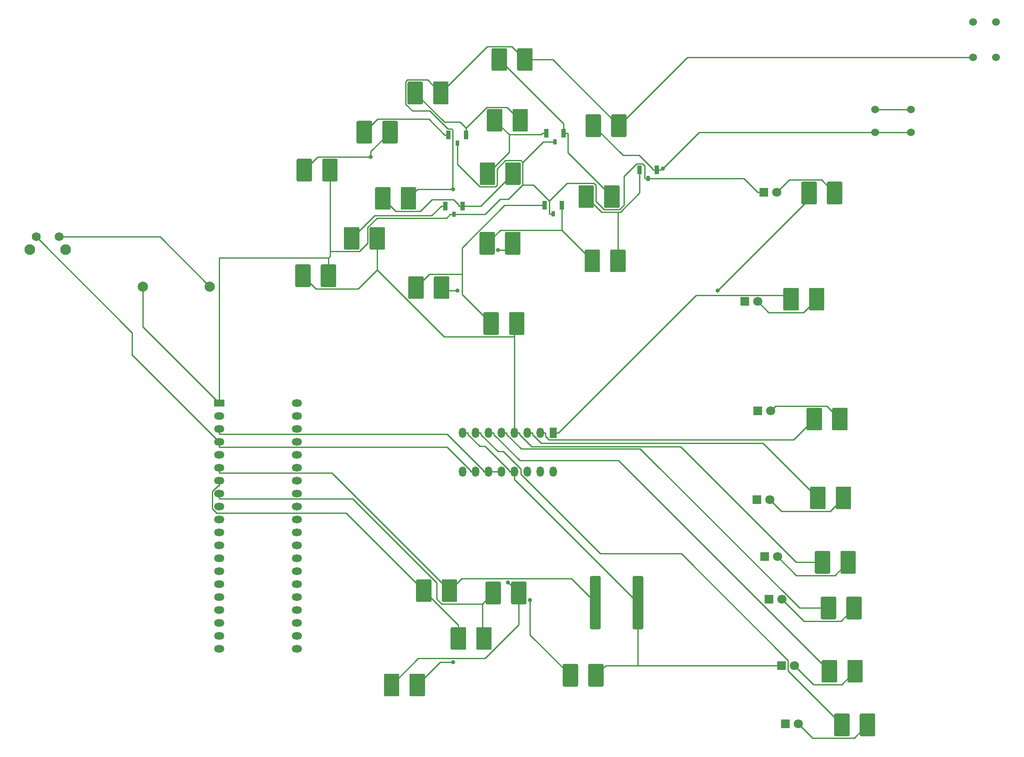
<source format=gbr>
%TF.GenerationSoftware,KiCad,Pcbnew,5.1.6-c6e7f7d~87~ubuntu18.04.1*%
%TF.CreationDate,2020-08-21T18:13:35-04:00*%
%TF.ProjectId,tutorial2,7475746f-7269-4616-9c32-2e6b69636164,rev?*%
%TF.SameCoordinates,Original*%
%TF.FileFunction,Copper,L1,Top*%
%TF.FilePolarity,Positive*%
%FSLAX46Y46*%
G04 Gerber Fmt 4.6, Leading zero omitted, Abs format (unit mm)*
G04 Created by KiCad (PCBNEW 5.1.6-c6e7f7d~87~ubuntu18.04.1) date 2020-08-21 18:13:35*
%MOMM*%
%LPD*%
G01*
G04 APERTURE LIST*
%TA.AperFunction,ComponentPad*%
%ADD10C,2.000000*%
%TD*%
%TA.AperFunction,ComponentPad*%
%ADD11R,1.800000X1.800000*%
%TD*%
%TA.AperFunction,ComponentPad*%
%ADD12C,1.800000*%
%TD*%
%TA.AperFunction,SMDPad,CuDef*%
%ADD13R,0.900000X1.700000*%
%TD*%
%TA.AperFunction,SMDPad,CuDef*%
%ADD14R,0.800000X1.100000*%
%TD*%
%TA.AperFunction,ComponentPad*%
%ADD15C,1.524000*%
%TD*%
%TA.AperFunction,ComponentPad*%
%ADD16R,1.440000X2.000000*%
%TD*%
%TA.AperFunction,ComponentPad*%
%ADD17O,1.440000X2.000000*%
%TD*%
%TA.AperFunction,ComponentPad*%
%ADD18R,2.000000X1.440000*%
%TD*%
%TA.AperFunction,ComponentPad*%
%ADD19O,2.000000X1.440000*%
%TD*%
%TA.AperFunction,ComponentPad*%
%ADD20C,2.100000*%
%TD*%
%TA.AperFunction,ComponentPad*%
%ADD21C,1.750000*%
%TD*%
%TA.AperFunction,ViaPad*%
%ADD22C,0.800000*%
%TD*%
%TA.AperFunction,Conductor*%
%ADD23C,0.250000*%
%TD*%
G04 APERTURE END LIST*
D10*
%TO.P,J1,2*%
%TO.N,GND*%
X60415000Y-69425000D03*
%TO.P,J1,1*%
%TO.N,Net-(J1-Pad1)*%
X73535000Y-69425000D03*
%TD*%
D11*
%TO.P,D1,1*%
%TO.N,GND*%
X182260000Y-50875000D03*
D12*
%TO.P,D1,2*%
%TO.N,Net-(D1-Pad2)*%
X184800000Y-50875000D03*
%TD*%
%TO.P,D2,2*%
%TO.N,Net-(D2-Pad2)*%
X181065000Y-72350000D03*
D11*
%TO.P,D2,1*%
%TO.N,GND*%
X178525000Y-72350000D03*
%TD*%
D12*
%TO.P,D3,2*%
%TO.N,Net-(D3-Pad2)*%
X183640000Y-93825000D03*
D11*
%TO.P,D3,1*%
%TO.N,GND*%
X181100000Y-93825000D03*
%TD*%
%TO.P,D4,1*%
%TO.N,GND*%
X180910000Y-111300000D03*
D12*
%TO.P,D4,2*%
%TO.N,Net-(D4-Pad2)*%
X183450000Y-111300000D03*
%TD*%
%TO.P,D5,2*%
%TO.N,Net-(D5-Pad2)*%
X184940000Y-122475000D03*
D11*
%TO.P,D5,1*%
%TO.N,GND*%
X182400000Y-122475000D03*
%TD*%
D12*
%TO.P,D6,2*%
%TO.N,Net-(D6-Pad2)*%
X185765000Y-130800000D03*
D11*
%TO.P,D6,1*%
%TO.N,GND*%
X183225000Y-130800000D03*
%TD*%
%TO.P,D7,1*%
%TO.N,GND*%
X185750000Y-143850000D03*
D12*
%TO.P,D7,2*%
%TO.N,Net-(D7-Pad2)*%
X188290000Y-143850000D03*
%TD*%
D11*
%TO.P,D8,1*%
%TO.N,GND*%
X186450000Y-155275000D03*
D12*
%TO.P,D8,2*%
%TO.N,Net-(D8-Pad2)*%
X188990000Y-155275000D03*
%TD*%
D13*
%TO.P,Q1,1*%
%TO.N,Net-(Q1-Pad1)*%
X120400000Y-39605000D03*
%TO.P,Q1,2*%
%TO.N,Net-(Q1-Pad2)*%
X123800000Y-39605000D03*
D14*
%TO.P,Q1,3*%
%TO.N,GND*%
X122100000Y-41245000D03*
%TD*%
%TO.P,Q2,3*%
%TO.N,GND*%
X121450000Y-55220000D03*
D13*
%TO.P,Q2,2*%
%TO.N,Net-(Q2-Pad2)*%
X123150000Y-53580000D03*
%TO.P,Q2,1*%
%TO.N,Net-(Q2-Pad1)*%
X119750000Y-53580000D03*
%TD*%
%TO.P,Q3,1*%
%TO.N,Net-(Q3-Pad1)*%
X139600000Y-39330000D03*
%TO.P,Q3,2*%
%TO.N,Net-(Q3-Pad2)*%
X143000000Y-39330000D03*
D14*
%TO.P,Q3,3*%
%TO.N,GND*%
X141300000Y-40970000D03*
%TD*%
%TO.P,Q4,3*%
%TO.N,GND*%
X140900000Y-55095000D03*
D13*
%TO.P,Q4,2*%
%TO.N,Net-(Q4-Pad2)*%
X142600000Y-53455000D03*
%TO.P,Q4,1*%
%TO.N,Net-(Q4-Pad1)*%
X139200000Y-53455000D03*
%TD*%
%TO.P,Q5,1*%
%TO.N,Net-(Q5-Pad1)*%
X157875000Y-46530000D03*
%TO.P,Q5,2*%
%TO.N,/PULL_HIGH*%
X161275000Y-46530000D03*
D14*
%TO.P,Q5,3*%
%TO.N,GND*%
X159575000Y-48170000D03*
%TD*%
%TO.P,R1,1*%
%TO.N,/XOR_INPUT_A*%
%TA.AperFunction,SMDPad,CuDef*%
G36*
G01*
X90587500Y-48524999D02*
X90587500Y-44575001D01*
G75*
G02*
X90837501Y-44325000I250001J0D01*
G01*
X93362499Y-44325000D01*
G75*
G02*
X93612500Y-44575001I0J-250001D01*
G01*
X93612500Y-48524999D01*
G75*
G02*
X93362499Y-48775000I-250001J0D01*
G01*
X90837501Y-48775000D01*
G75*
G02*
X90587500Y-48524999I0J250001D01*
G01*
G37*
%TD.AperFunction*%
%TO.P,R1,2*%
%TO.N,GND*%
%TA.AperFunction,SMDPad,CuDef*%
G36*
G01*
X95612500Y-48524999D02*
X95612500Y-44575001D01*
G75*
G02*
X95862501Y-44325000I250001J0D01*
G01*
X98387499Y-44325000D01*
G75*
G02*
X98637500Y-44575001I0J-250001D01*
G01*
X98637500Y-48524999D01*
G75*
G02*
X98387499Y-48775000I-250001J0D01*
G01*
X95862501Y-48775000D01*
G75*
G02*
X95612500Y-48524999I0J250001D01*
G01*
G37*
%TD.AperFunction*%
%TD*%
%TO.P,R2,2*%
%TO.N,GND*%
%TA.AperFunction,SMDPad,CuDef*%
G36*
G01*
X95337500Y-69274999D02*
X95337500Y-65325001D01*
G75*
G02*
X95587501Y-65075000I250001J0D01*
G01*
X98112499Y-65075000D01*
G75*
G02*
X98362500Y-65325001I0J-250001D01*
G01*
X98362500Y-69274999D01*
G75*
G02*
X98112499Y-69525000I-250001J0D01*
G01*
X95587501Y-69525000D01*
G75*
G02*
X95337500Y-69274999I0J250001D01*
G01*
G37*
%TD.AperFunction*%
%TO.P,R2,1*%
%TO.N,/LED_E*%
%TA.AperFunction,SMDPad,CuDef*%
G36*
G01*
X90312500Y-69274999D02*
X90312500Y-65325001D01*
G75*
G02*
X90562501Y-65075000I250001J0D01*
G01*
X93087499Y-65075000D01*
G75*
G02*
X93337500Y-65325001I0J-250001D01*
G01*
X93337500Y-69274999D01*
G75*
G02*
X93087499Y-69525000I-250001J0D01*
G01*
X90562501Y-69525000D01*
G75*
G02*
X90312500Y-69274999I0J250001D01*
G01*
G37*
%TD.AperFunction*%
%TD*%
%TO.P,R3,2*%
%TO.N,/XOR_INPUT_A*%
%TA.AperFunction,SMDPad,CuDef*%
G36*
G01*
X107388000Y-41074999D02*
X107388000Y-37125001D01*
G75*
G02*
X107638001Y-36875000I250001J0D01*
G01*
X110162999Y-36875000D01*
G75*
G02*
X110413000Y-37125001I0J-250001D01*
G01*
X110413000Y-41074999D01*
G75*
G02*
X110162999Y-41325000I-250001J0D01*
G01*
X107638001Y-41325000D01*
G75*
G02*
X107388000Y-41074999I0J250001D01*
G01*
G37*
%TD.AperFunction*%
%TO.P,R3,1*%
%TO.N,Net-(Q1-Pad1)*%
%TA.AperFunction,SMDPad,CuDef*%
G36*
G01*
X102363000Y-41074999D02*
X102363000Y-37125001D01*
G75*
G02*
X102613001Y-36875000I250001J0D01*
G01*
X105137999Y-36875000D01*
G75*
G02*
X105388000Y-37125001I0J-250001D01*
G01*
X105388000Y-41074999D01*
G75*
G02*
X105137999Y-41325000I-250001J0D01*
G01*
X102613001Y-41325000D01*
G75*
G02*
X102363000Y-41074999I0J250001D01*
G01*
G37*
%TD.AperFunction*%
%TD*%
%TO.P,R4,1*%
%TO.N,Net-(Q1-Pad2)*%
%TA.AperFunction,SMDPad,CuDef*%
G36*
G01*
X112337000Y-33374999D02*
X112337000Y-29425001D01*
G75*
G02*
X112587001Y-29175000I250001J0D01*
G01*
X115111999Y-29175000D01*
G75*
G02*
X115362000Y-29425001I0J-250001D01*
G01*
X115362000Y-33374999D01*
G75*
G02*
X115111999Y-33625000I-250001J0D01*
G01*
X112587001Y-33625000D01*
G75*
G02*
X112337000Y-33374999I0J250001D01*
G01*
G37*
%TD.AperFunction*%
%TO.P,R4,2*%
%TO.N,VCC*%
%TA.AperFunction,SMDPad,CuDef*%
G36*
G01*
X117362000Y-33374999D02*
X117362000Y-29425001D01*
G75*
G02*
X117612001Y-29175000I250001J0D01*
G01*
X120136999Y-29175000D01*
G75*
G02*
X120387000Y-29425001I0J-250001D01*
G01*
X120387000Y-33374999D01*
G75*
G02*
X120136999Y-33625000I-250001J0D01*
G01*
X117612001Y-33625000D01*
G75*
G02*
X117362000Y-33374999I0J250001D01*
G01*
G37*
%TD.AperFunction*%
%TD*%
%TO.P,R5,1*%
%TO.N,Net-(Q2-Pad1)*%
%TA.AperFunction,SMDPad,CuDef*%
G36*
G01*
X99875000Y-61924999D02*
X99875000Y-57975001D01*
G75*
G02*
X100125001Y-57725000I250001J0D01*
G01*
X102649999Y-57725000D01*
G75*
G02*
X102900000Y-57975001I0J-250001D01*
G01*
X102900000Y-61924999D01*
G75*
G02*
X102649999Y-62175000I-250001J0D01*
G01*
X100125001Y-62175000D01*
G75*
G02*
X99875000Y-61924999I0J250001D01*
G01*
G37*
%TD.AperFunction*%
%TO.P,R5,2*%
%TO.N,/LED_E*%
%TA.AperFunction,SMDPad,CuDef*%
G36*
G01*
X104900000Y-61924999D02*
X104900000Y-57975001D01*
G75*
G02*
X105150001Y-57725000I250001J0D01*
G01*
X107674999Y-57725000D01*
G75*
G02*
X107925000Y-57975001I0J-250001D01*
G01*
X107925000Y-61924999D01*
G75*
G02*
X107674999Y-62175000I-250001J0D01*
G01*
X105150001Y-62175000D01*
G75*
G02*
X104900000Y-61924999I0J250001D01*
G01*
G37*
%TD.AperFunction*%
%TD*%
%TO.P,R6,2*%
%TO.N,VCC*%
%TA.AperFunction,SMDPad,CuDef*%
G36*
G01*
X111012000Y-54074999D02*
X111012000Y-50125001D01*
G75*
G02*
X111262001Y-49875000I250001J0D01*
G01*
X113786999Y-49875000D01*
G75*
G02*
X114037000Y-50125001I0J-250001D01*
G01*
X114037000Y-54074999D01*
G75*
G02*
X113786999Y-54325000I-250001J0D01*
G01*
X111262001Y-54325000D01*
G75*
G02*
X111012000Y-54074999I0J250001D01*
G01*
G37*
%TD.AperFunction*%
%TO.P,R6,1*%
%TO.N,Net-(Q2-Pad2)*%
%TA.AperFunction,SMDPad,CuDef*%
G36*
G01*
X105987000Y-54074999D02*
X105987000Y-50125001D01*
G75*
G02*
X106237001Y-49875000I250001J0D01*
G01*
X108761999Y-49875000D01*
G75*
G02*
X109012000Y-50125001I0J-250001D01*
G01*
X109012000Y-54074999D01*
G75*
G02*
X108761999Y-54325000I-250001J0D01*
G01*
X106237001Y-54325000D01*
G75*
G02*
X105987000Y-54074999I0J250001D01*
G01*
G37*
%TD.AperFunction*%
%TD*%
%TO.P,R7,1*%
%TO.N,Net-(Q3-Pad1)*%
%TA.AperFunction,SMDPad,CuDef*%
G36*
G01*
X127913000Y-38724999D02*
X127913000Y-34775001D01*
G75*
G02*
X128163001Y-34525000I250001J0D01*
G01*
X130687999Y-34525000D01*
G75*
G02*
X130938000Y-34775001I0J-250001D01*
G01*
X130938000Y-38724999D01*
G75*
G02*
X130687999Y-38975000I-250001J0D01*
G01*
X128163001Y-38975000D01*
G75*
G02*
X127913000Y-38724999I0J250001D01*
G01*
G37*
%TD.AperFunction*%
%TO.P,R7,2*%
%TO.N,Net-(Q1-Pad2)*%
%TA.AperFunction,SMDPad,CuDef*%
G36*
G01*
X132938000Y-38724999D02*
X132938000Y-34775001D01*
G75*
G02*
X133188001Y-34525000I250001J0D01*
G01*
X135712999Y-34525000D01*
G75*
G02*
X135963000Y-34775001I0J-250001D01*
G01*
X135963000Y-38724999D01*
G75*
G02*
X135712999Y-38975000I-250001J0D01*
G01*
X133188001Y-38975000D01*
G75*
G02*
X132938000Y-38724999I0J250001D01*
G01*
G37*
%TD.AperFunction*%
%TD*%
%TO.P,R8,2*%
%TO.N,Net-(Q2-Pad2)*%
%TA.AperFunction,SMDPad,CuDef*%
G36*
G01*
X131538000Y-49224999D02*
X131538000Y-45275001D01*
G75*
G02*
X131788001Y-45025000I250001J0D01*
G01*
X134312999Y-45025000D01*
G75*
G02*
X134563000Y-45275001I0J-250001D01*
G01*
X134563000Y-49224999D01*
G75*
G02*
X134312999Y-49475000I-250001J0D01*
G01*
X131788001Y-49475000D01*
G75*
G02*
X131538000Y-49224999I0J250001D01*
G01*
G37*
%TD.AperFunction*%
%TO.P,R8,1*%
%TO.N,Net-(Q3-Pad1)*%
%TA.AperFunction,SMDPad,CuDef*%
G36*
G01*
X126513000Y-49224999D02*
X126513000Y-45275001D01*
G75*
G02*
X126763001Y-45025000I250001J0D01*
G01*
X129287999Y-45025000D01*
G75*
G02*
X129538000Y-45275001I0J-250001D01*
G01*
X129538000Y-49224999D01*
G75*
G02*
X129287999Y-49475000I-250001J0D01*
G01*
X126763001Y-49475000D01*
G75*
G02*
X126513000Y-49224999I0J250001D01*
G01*
G37*
%TD.AperFunction*%
%TD*%
%TO.P,R9,2*%
%TO.N,VCC*%
%TA.AperFunction,SMDPad,CuDef*%
G36*
G01*
X133862000Y-26799999D02*
X133862000Y-22850001D01*
G75*
G02*
X134112001Y-22600000I250001J0D01*
G01*
X136636999Y-22600000D01*
G75*
G02*
X136887000Y-22850001I0J-250001D01*
G01*
X136887000Y-26799999D01*
G75*
G02*
X136636999Y-27050000I-250001J0D01*
G01*
X134112001Y-27050000D01*
G75*
G02*
X133862000Y-26799999I0J250001D01*
G01*
G37*
%TD.AperFunction*%
%TO.P,R9,1*%
%TO.N,Net-(Q3-Pad2)*%
%TA.AperFunction,SMDPad,CuDef*%
G36*
G01*
X128837000Y-26799999D02*
X128837000Y-22850001D01*
G75*
G02*
X129087001Y-22600000I250001J0D01*
G01*
X131611999Y-22600000D01*
G75*
G02*
X131862000Y-22850001I0J-250001D01*
G01*
X131862000Y-26799999D01*
G75*
G02*
X131611999Y-27050000I-250001J0D01*
G01*
X129087001Y-27050000D01*
G75*
G02*
X128837000Y-26799999I0J250001D01*
G01*
G37*
%TD.AperFunction*%
%TD*%
%TO.P,R10,2*%
%TO.N,/XOR_INPUT_A*%
%TA.AperFunction,SMDPad,CuDef*%
G36*
G01*
X117512000Y-71599999D02*
X117512000Y-67650001D01*
G75*
G02*
X117762001Y-67400000I250001J0D01*
G01*
X120286999Y-67400000D01*
G75*
G02*
X120537000Y-67650001I0J-250001D01*
G01*
X120537000Y-71599999D01*
G75*
G02*
X120286999Y-71850000I-250001J0D01*
G01*
X117762001Y-71850000D01*
G75*
G02*
X117512000Y-71599999I0J250001D01*
G01*
G37*
%TD.AperFunction*%
%TO.P,R10,1*%
%TO.N,Net-(Q4-Pad1)*%
%TA.AperFunction,SMDPad,CuDef*%
G36*
G01*
X112487000Y-71599999D02*
X112487000Y-67650001D01*
G75*
G02*
X112737001Y-67400000I250001J0D01*
G01*
X115261999Y-67400000D01*
G75*
G02*
X115512000Y-67650001I0J-250001D01*
G01*
X115512000Y-71599999D01*
G75*
G02*
X115261999Y-71850000I-250001J0D01*
G01*
X112737001Y-71850000D01*
G75*
G02*
X112487000Y-71599999I0J250001D01*
G01*
G37*
%TD.AperFunction*%
%TD*%
%TO.P,R11,1*%
%TO.N,Net-(Q4-Pad1)*%
%TA.AperFunction,SMDPad,CuDef*%
G36*
G01*
X127237000Y-78649999D02*
X127237000Y-74700001D01*
G75*
G02*
X127487001Y-74450000I250001J0D01*
G01*
X130011999Y-74450000D01*
G75*
G02*
X130262000Y-74700001I0J-250001D01*
G01*
X130262000Y-78649999D01*
G75*
G02*
X130011999Y-78900000I-250001J0D01*
G01*
X127487001Y-78900000D01*
G75*
G02*
X127237000Y-78649999I0J250001D01*
G01*
G37*
%TD.AperFunction*%
%TO.P,R11,2*%
%TO.N,/LED_E*%
%TA.AperFunction,SMDPad,CuDef*%
G36*
G01*
X132262000Y-78649999D02*
X132262000Y-74700001D01*
G75*
G02*
X132512001Y-74450000I250001J0D01*
G01*
X135036999Y-74450000D01*
G75*
G02*
X135287000Y-74700001I0J-250001D01*
G01*
X135287000Y-78649999D01*
G75*
G02*
X135036999Y-78900000I-250001J0D01*
G01*
X132512001Y-78900000D01*
G75*
G02*
X132262000Y-78649999I0J250001D01*
G01*
G37*
%TD.AperFunction*%
%TD*%
%TO.P,R12,1*%
%TO.N,Net-(Q4-Pad2)*%
%TA.AperFunction,SMDPad,CuDef*%
G36*
G01*
X126463000Y-62899999D02*
X126463000Y-58950001D01*
G75*
G02*
X126713001Y-58700000I250001J0D01*
G01*
X129237999Y-58700000D01*
G75*
G02*
X129488000Y-58950001I0J-250001D01*
G01*
X129488000Y-62899999D01*
G75*
G02*
X129237999Y-63150000I-250001J0D01*
G01*
X126713001Y-63150000D01*
G75*
G02*
X126463000Y-62899999I0J250001D01*
G01*
G37*
%TD.AperFunction*%
%TO.P,R12,2*%
%TO.N,VCC*%
%TA.AperFunction,SMDPad,CuDef*%
G36*
G01*
X131488000Y-62899999D02*
X131488000Y-58950001D01*
G75*
G02*
X131738001Y-58700000I250001J0D01*
G01*
X134262999Y-58700000D01*
G75*
G02*
X134513000Y-58950001I0J-250001D01*
G01*
X134513000Y-62899999D01*
G75*
G02*
X134262999Y-63150000I-250001J0D01*
G01*
X131738001Y-63150000D01*
G75*
G02*
X131488000Y-62899999I0J250001D01*
G01*
G37*
%TD.AperFunction*%
%TD*%
%TO.P,R13,2*%
%TO.N,Net-(D1-Pad2)*%
%TA.AperFunction,SMDPad,CuDef*%
G36*
G01*
X194638000Y-53024999D02*
X194638000Y-49075001D01*
G75*
G02*
X194888001Y-48825000I250001J0D01*
G01*
X197412999Y-48825000D01*
G75*
G02*
X197663000Y-49075001I0J-250001D01*
G01*
X197663000Y-53024999D01*
G75*
G02*
X197412999Y-53275000I-250001J0D01*
G01*
X194888001Y-53275000D01*
G75*
G02*
X194638000Y-53024999I0J250001D01*
G01*
G37*
%TD.AperFunction*%
%TO.P,R13,1*%
%TO.N,/LED_A*%
%TA.AperFunction,SMDPad,CuDef*%
G36*
G01*
X189613000Y-53024999D02*
X189613000Y-49075001D01*
G75*
G02*
X189863001Y-48825000I250001J0D01*
G01*
X192387999Y-48825000D01*
G75*
G02*
X192638000Y-49075001I0J-250001D01*
G01*
X192638000Y-53024999D01*
G75*
G02*
X192387999Y-53275000I-250001J0D01*
G01*
X189863001Y-53275000D01*
G75*
G02*
X189613000Y-53024999I0J250001D01*
G01*
G37*
%TD.AperFunction*%
%TD*%
%TO.P,R14,1*%
%TO.N,/LED_B*%
%TA.AperFunction,SMDPad,CuDef*%
G36*
G01*
X186087000Y-73874999D02*
X186087000Y-69925001D01*
G75*
G02*
X186337001Y-69675000I250001J0D01*
G01*
X188861999Y-69675000D01*
G75*
G02*
X189112000Y-69925001I0J-250001D01*
G01*
X189112000Y-73874999D01*
G75*
G02*
X188861999Y-74125000I-250001J0D01*
G01*
X186337001Y-74125000D01*
G75*
G02*
X186087000Y-73874999I0J250001D01*
G01*
G37*
%TD.AperFunction*%
%TO.P,R14,2*%
%TO.N,Net-(D2-Pad2)*%
%TA.AperFunction,SMDPad,CuDef*%
G36*
G01*
X191112000Y-73874999D02*
X191112000Y-69925001D01*
G75*
G02*
X191362001Y-69675000I250001J0D01*
G01*
X193886999Y-69675000D01*
G75*
G02*
X194137000Y-69925001I0J-250001D01*
G01*
X194137000Y-73874999D01*
G75*
G02*
X193886999Y-74125000I-250001J0D01*
G01*
X191362001Y-74125000D01*
G75*
G02*
X191112000Y-73874999I0J250001D01*
G01*
G37*
%TD.AperFunction*%
%TD*%
%TO.P,R15,2*%
%TO.N,Net-(D3-Pad2)*%
%TA.AperFunction,SMDPad,CuDef*%
G36*
G01*
X195662000Y-97424999D02*
X195662000Y-93475001D01*
G75*
G02*
X195912001Y-93225000I250001J0D01*
G01*
X198436999Y-93225000D01*
G75*
G02*
X198687000Y-93475001I0J-250001D01*
G01*
X198687000Y-97424999D01*
G75*
G02*
X198436999Y-97675000I-250001J0D01*
G01*
X195912001Y-97675000D01*
G75*
G02*
X195662000Y-97424999I0J250001D01*
G01*
G37*
%TD.AperFunction*%
%TO.P,R15,1*%
%TO.N,/LED_C*%
%TA.AperFunction,SMDPad,CuDef*%
G36*
G01*
X190637000Y-97424999D02*
X190637000Y-93475001D01*
G75*
G02*
X190887001Y-93225000I250001J0D01*
G01*
X193411999Y-93225000D01*
G75*
G02*
X193662000Y-93475001I0J-250001D01*
G01*
X193662000Y-97424999D01*
G75*
G02*
X193411999Y-97675000I-250001J0D01*
G01*
X190887001Y-97675000D01*
G75*
G02*
X190637000Y-97424999I0J250001D01*
G01*
G37*
%TD.AperFunction*%
%TD*%
%TO.P,R16,1*%
%TO.N,/LED_D*%
%TA.AperFunction,SMDPad,CuDef*%
G36*
G01*
X191337000Y-112899999D02*
X191337000Y-108950001D01*
G75*
G02*
X191587001Y-108700000I250001J0D01*
G01*
X194111999Y-108700000D01*
G75*
G02*
X194362000Y-108950001I0J-250001D01*
G01*
X194362000Y-112899999D01*
G75*
G02*
X194111999Y-113150000I-250001J0D01*
G01*
X191587001Y-113150000D01*
G75*
G02*
X191337000Y-112899999I0J250001D01*
G01*
G37*
%TD.AperFunction*%
%TO.P,R16,2*%
%TO.N,Net-(D4-Pad2)*%
%TA.AperFunction,SMDPad,CuDef*%
G36*
G01*
X196362000Y-112899999D02*
X196362000Y-108950001D01*
G75*
G02*
X196612001Y-108700000I250001J0D01*
G01*
X199136999Y-108700000D01*
G75*
G02*
X199387000Y-108950001I0J-250001D01*
G01*
X199387000Y-112899999D01*
G75*
G02*
X199136999Y-113150000I-250001J0D01*
G01*
X196612001Y-113150000D01*
G75*
G02*
X196362000Y-112899999I0J250001D01*
G01*
G37*
%TD.AperFunction*%
%TD*%
%TO.P,R17,2*%
%TO.N,Net-(D5-Pad2)*%
%TA.AperFunction,SMDPad,CuDef*%
G36*
G01*
X197288000Y-125549999D02*
X197288000Y-121600001D01*
G75*
G02*
X197538001Y-121350000I250001J0D01*
G01*
X200062999Y-121350000D01*
G75*
G02*
X200313000Y-121600001I0J-250001D01*
G01*
X200313000Y-125549999D01*
G75*
G02*
X200062999Y-125800000I-250001J0D01*
G01*
X197538001Y-125800000D01*
G75*
G02*
X197288000Y-125549999I0J250001D01*
G01*
G37*
%TD.AperFunction*%
%TO.P,R17,1*%
%TO.N,/LED_E*%
%TA.AperFunction,SMDPad,CuDef*%
G36*
G01*
X192263000Y-125549999D02*
X192263000Y-121600001D01*
G75*
G02*
X192513001Y-121350000I250001J0D01*
G01*
X195037999Y-121350000D01*
G75*
G02*
X195288000Y-121600001I0J-250001D01*
G01*
X195288000Y-125549999D01*
G75*
G02*
X195037999Y-125800000I-250001J0D01*
G01*
X192513001Y-125800000D01*
G75*
G02*
X192263000Y-125549999I0J250001D01*
G01*
G37*
%TD.AperFunction*%
%TD*%
%TO.P,R18,1*%
%TO.N,/LED_F*%
%TA.AperFunction,SMDPad,CuDef*%
G36*
G01*
X193425000Y-134524999D02*
X193425000Y-130575001D01*
G75*
G02*
X193675001Y-130325000I250001J0D01*
G01*
X196199999Y-130325000D01*
G75*
G02*
X196450000Y-130575001I0J-250001D01*
G01*
X196450000Y-134524999D01*
G75*
G02*
X196199999Y-134775000I-250001J0D01*
G01*
X193675001Y-134775000D01*
G75*
G02*
X193425000Y-134524999I0J250001D01*
G01*
G37*
%TD.AperFunction*%
%TO.P,R18,2*%
%TO.N,Net-(D6-Pad2)*%
%TA.AperFunction,SMDPad,CuDef*%
G36*
G01*
X198450000Y-134524999D02*
X198450000Y-130575001D01*
G75*
G02*
X198700001Y-130325000I250001J0D01*
G01*
X201224999Y-130325000D01*
G75*
G02*
X201475000Y-130575001I0J-250001D01*
G01*
X201475000Y-134524999D01*
G75*
G02*
X201224999Y-134775000I-250001J0D01*
G01*
X198700001Y-134775000D01*
G75*
G02*
X198450000Y-134524999I0J250001D01*
G01*
G37*
%TD.AperFunction*%
%TD*%
%TO.P,R19,2*%
%TO.N,Net-(D7-Pad2)*%
%TA.AperFunction,SMDPad,CuDef*%
G36*
G01*
X198638000Y-146949999D02*
X198638000Y-143000001D01*
G75*
G02*
X198888001Y-142750000I250001J0D01*
G01*
X201412999Y-142750000D01*
G75*
G02*
X201663000Y-143000001I0J-250001D01*
G01*
X201663000Y-146949999D01*
G75*
G02*
X201412999Y-147200000I-250001J0D01*
G01*
X198888001Y-147200000D01*
G75*
G02*
X198638000Y-146949999I0J250001D01*
G01*
G37*
%TD.AperFunction*%
%TO.P,R19,1*%
%TO.N,/LED_G*%
%TA.AperFunction,SMDPad,CuDef*%
G36*
G01*
X193613000Y-146949999D02*
X193613000Y-143000001D01*
G75*
G02*
X193863001Y-142750000I250001J0D01*
G01*
X196387999Y-142750000D01*
G75*
G02*
X196638000Y-143000001I0J-250001D01*
G01*
X196638000Y-146949999D01*
G75*
G02*
X196387999Y-147200000I-250001J0D01*
G01*
X193863001Y-147200000D01*
G75*
G02*
X193613000Y-146949999I0J250001D01*
G01*
G37*
%TD.AperFunction*%
%TD*%
%TO.P,R20,1*%
%TO.N,/LED_H*%
%TA.AperFunction,SMDPad,CuDef*%
G36*
G01*
X196063000Y-157474999D02*
X196063000Y-153525001D01*
G75*
G02*
X196313001Y-153275000I250001J0D01*
G01*
X198837999Y-153275000D01*
G75*
G02*
X199088000Y-153525001I0J-250001D01*
G01*
X199088000Y-157474999D01*
G75*
G02*
X198837999Y-157725000I-250001J0D01*
G01*
X196313001Y-157725000D01*
G75*
G02*
X196063000Y-157474999I0J250001D01*
G01*
G37*
%TD.AperFunction*%
%TO.P,R20,2*%
%TO.N,Net-(D8-Pad2)*%
%TA.AperFunction,SMDPad,CuDef*%
G36*
G01*
X201088000Y-157474999D02*
X201088000Y-153525001D01*
G75*
G02*
X201338001Y-153275000I250001J0D01*
G01*
X203862999Y-153275000D01*
G75*
G02*
X204113000Y-153525001I0J-250001D01*
G01*
X204113000Y-157474999D01*
G75*
G02*
X203862999Y-157725000I-250001J0D01*
G01*
X201338001Y-157725000D01*
G75*
G02*
X201088000Y-157474999I0J250001D01*
G01*
G37*
%TD.AperFunction*%
%TD*%
%TO.P,R21,1*%
%TO.N,Net-(Q5-Pad1)*%
%TA.AperFunction,SMDPad,CuDef*%
G36*
G01*
X145887000Y-53724999D02*
X145887000Y-49775001D01*
G75*
G02*
X146137001Y-49525000I250001J0D01*
G01*
X148661999Y-49525000D01*
G75*
G02*
X148912000Y-49775001I0J-250001D01*
G01*
X148912000Y-53724999D01*
G75*
G02*
X148661999Y-53975000I-250001J0D01*
G01*
X146137001Y-53975000D01*
G75*
G02*
X145887000Y-53724999I0J250001D01*
G01*
G37*
%TD.AperFunction*%
%TO.P,R21,2*%
%TO.N,Net-(Q3-Pad2)*%
%TA.AperFunction,SMDPad,CuDef*%
G36*
G01*
X150912000Y-53724999D02*
X150912000Y-49775001D01*
G75*
G02*
X151162001Y-49525000I250001J0D01*
G01*
X153686999Y-49525000D01*
G75*
G02*
X153937000Y-49775001I0J-250001D01*
G01*
X153937000Y-53724999D01*
G75*
G02*
X153686999Y-53975000I-250001J0D01*
G01*
X151162001Y-53975000D01*
G75*
G02*
X150912000Y-53724999I0J250001D01*
G01*
G37*
%TD.AperFunction*%
%TD*%
%TO.P,R22,1*%
%TO.N,Net-(Q5-Pad1)*%
%TA.AperFunction,SMDPad,CuDef*%
G36*
G01*
X155137000Y-62400001D02*
X155137000Y-66349999D01*
G75*
G02*
X154886999Y-66600000I-250001J0D01*
G01*
X152362001Y-66600000D01*
G75*
G02*
X152112000Y-66349999I0J250001D01*
G01*
X152112000Y-62400001D01*
G75*
G02*
X152362001Y-62150000I250001J0D01*
G01*
X154886999Y-62150000D01*
G75*
G02*
X155137000Y-62400001I0J-250001D01*
G01*
G37*
%TD.AperFunction*%
%TO.P,R22,2*%
%TO.N,Net-(Q4-Pad2)*%
%TA.AperFunction,SMDPad,CuDef*%
G36*
G01*
X150112000Y-62400001D02*
X150112000Y-66349999D01*
G75*
G02*
X149861999Y-66600000I-250001J0D01*
G01*
X147337001Y-66600000D01*
G75*
G02*
X147087000Y-66349999I0J250001D01*
G01*
X147087000Y-62400001D01*
G75*
G02*
X147337001Y-62150000I250001J0D01*
G01*
X149861999Y-62150000D01*
G75*
G02*
X150112000Y-62400001I0J-250001D01*
G01*
G37*
%TD.AperFunction*%
%TD*%
%TO.P,R23,2*%
%TO.N,VCC*%
%TA.AperFunction,SMDPad,CuDef*%
G36*
G01*
X152312000Y-39799999D02*
X152312000Y-35850001D01*
G75*
G02*
X152562001Y-35600000I250001J0D01*
G01*
X155086999Y-35600000D01*
G75*
G02*
X155337000Y-35850001I0J-250001D01*
G01*
X155337000Y-39799999D01*
G75*
G02*
X155086999Y-40050000I-250001J0D01*
G01*
X152562001Y-40050000D01*
G75*
G02*
X152312000Y-39799999I0J250001D01*
G01*
G37*
%TD.AperFunction*%
%TO.P,R23,1*%
%TO.N,/PULL_HIGH*%
%TA.AperFunction,SMDPad,CuDef*%
G36*
G01*
X147287000Y-39799999D02*
X147287000Y-35850001D01*
G75*
G02*
X147537001Y-35600000I250001J0D01*
G01*
X150061999Y-35600000D01*
G75*
G02*
X150312000Y-35850001I0J-250001D01*
G01*
X150312000Y-39799999D01*
G75*
G02*
X150061999Y-40050000I-250001J0D01*
G01*
X147537001Y-40050000D01*
G75*
G02*
X147287000Y-39799999I0J250001D01*
G01*
G37*
%TD.AperFunction*%
%TD*%
%TO.P,R24,1*%
%TO.N,VCC*%
%TA.AperFunction,SMDPad,CuDef*%
G36*
G01*
X107713000Y-149649999D02*
X107713000Y-145700001D01*
G75*
G02*
X107963001Y-145450000I250001J0D01*
G01*
X110487999Y-145450000D01*
G75*
G02*
X110738000Y-145700001I0J-250001D01*
G01*
X110738000Y-149649999D01*
G75*
G02*
X110487999Y-149900000I-250001J0D01*
G01*
X107963001Y-149900000D01*
G75*
G02*
X107713000Y-149649999I0J250001D01*
G01*
G37*
%TD.AperFunction*%
%TO.P,R24,2*%
%TO.N,Net-(R24-Pad2)*%
%TA.AperFunction,SMDPad,CuDef*%
G36*
G01*
X112738000Y-149649999D02*
X112738000Y-145700001D01*
G75*
G02*
X112988001Y-145450000I250001J0D01*
G01*
X115512999Y-145450000D01*
G75*
G02*
X115763000Y-145700001I0J-250001D01*
G01*
X115763000Y-149649999D01*
G75*
G02*
X115512999Y-149900000I-250001J0D01*
G01*
X112988001Y-149900000D01*
G75*
G02*
X112738000Y-149649999I0J250001D01*
G01*
G37*
%TD.AperFunction*%
%TD*%
%TO.P,R25,2*%
%TO.N,/PULL_HIGH*%
%TA.AperFunction,SMDPad,CuDef*%
G36*
G01*
X145812000Y-143775001D02*
X145812000Y-147724999D01*
G75*
G02*
X145561999Y-147975000I-250001J0D01*
G01*
X143037001Y-147975000D01*
G75*
G02*
X142787000Y-147724999I0J250001D01*
G01*
X142787000Y-143775001D01*
G75*
G02*
X143037001Y-143525000I250001J0D01*
G01*
X145561999Y-143525000D01*
G75*
G02*
X145812000Y-143775001I0J-250001D01*
G01*
G37*
%TD.AperFunction*%
%TO.P,R25,1*%
%TO.N,GND*%
%TA.AperFunction,SMDPad,CuDef*%
G36*
G01*
X150837000Y-143775001D02*
X150837000Y-147724999D01*
G75*
G02*
X150586999Y-147975000I-250001J0D01*
G01*
X148062001Y-147975000D01*
G75*
G02*
X147812000Y-147724999I0J250001D01*
G01*
X147812000Y-143775001D01*
G75*
G02*
X148062001Y-143525000I250001J0D01*
G01*
X150586999Y-143525000D01*
G75*
G02*
X150837000Y-143775001I0J-250001D01*
G01*
G37*
%TD.AperFunction*%
%TD*%
%TO.P,R26,2*%
%TO.N,VCC*%
%TA.AperFunction,SMDPad,CuDef*%
G36*
G01*
X132662000Y-131574999D02*
X132662000Y-127625001D01*
G75*
G02*
X132912001Y-127375000I250001J0D01*
G01*
X135436999Y-127375000D01*
G75*
G02*
X135687000Y-127625001I0J-250001D01*
G01*
X135687000Y-131574999D01*
G75*
G02*
X135436999Y-131825000I-250001J0D01*
G01*
X132912001Y-131825000D01*
G75*
G02*
X132662000Y-131574999I0J250001D01*
G01*
G37*
%TD.AperFunction*%
%TO.P,R26,1*%
%TO.N,Net-(R26-Pad1)*%
%TA.AperFunction,SMDPad,CuDef*%
G36*
G01*
X127637000Y-131574999D02*
X127637000Y-127625001D01*
G75*
G02*
X127887001Y-127375000I250001J0D01*
G01*
X130411999Y-127375000D01*
G75*
G02*
X130662000Y-127625001I0J-250001D01*
G01*
X130662000Y-131574999D01*
G75*
G02*
X130411999Y-131825000I-250001J0D01*
G01*
X127887001Y-131825000D01*
G75*
G02*
X127637000Y-131574999I0J250001D01*
G01*
G37*
%TD.AperFunction*%
%TD*%
%TO.P,R27,1*%
%TO.N,Net-(R27-Pad1)*%
%TA.AperFunction,SMDPad,CuDef*%
G36*
G01*
X114037000Y-131124999D02*
X114037000Y-127175001D01*
G75*
G02*
X114287001Y-126925000I250001J0D01*
G01*
X116811999Y-126925000D01*
G75*
G02*
X117062000Y-127175001I0J-250001D01*
G01*
X117062000Y-131124999D01*
G75*
G02*
X116811999Y-131375000I-250001J0D01*
G01*
X114287001Y-131375000D01*
G75*
G02*
X114037000Y-131124999I0J250001D01*
G01*
G37*
%TD.AperFunction*%
%TO.P,R27,2*%
%TO.N,Net-(C1-Pad2)*%
%TA.AperFunction,SMDPad,CuDef*%
G36*
G01*
X119062000Y-131124999D02*
X119062000Y-127175001D01*
G75*
G02*
X119312001Y-126925000I250001J0D01*
G01*
X121836999Y-126925000D01*
G75*
G02*
X122087000Y-127175001I0J-250001D01*
G01*
X122087000Y-131124999D01*
G75*
G02*
X121836999Y-131375000I-250001J0D01*
G01*
X119312001Y-131375000D01*
G75*
G02*
X119062000Y-131124999I0J250001D01*
G01*
G37*
%TD.AperFunction*%
%TD*%
%TO.P,R28,2*%
%TO.N,Net-(R27-Pad1)*%
%TA.AperFunction,SMDPad,CuDef*%
G36*
G01*
X123838000Y-136575001D02*
X123838000Y-140524999D01*
G75*
G02*
X123587999Y-140775000I-250001J0D01*
G01*
X121063001Y-140775000D01*
G75*
G02*
X120813000Y-140524999I0J250001D01*
G01*
X120813000Y-136575001D01*
G75*
G02*
X121063001Y-136325000I250001J0D01*
G01*
X123587999Y-136325000D01*
G75*
G02*
X123838000Y-136575001I0J-250001D01*
G01*
G37*
%TD.AperFunction*%
%TO.P,R28,1*%
%TO.N,Net-(R26-Pad1)*%
%TA.AperFunction,SMDPad,CuDef*%
G36*
G01*
X128863000Y-136575001D02*
X128863000Y-140524999D01*
G75*
G02*
X128612999Y-140775000I-250001J0D01*
G01*
X126088001Y-140775000D01*
G75*
G02*
X125838000Y-140524999I0J250001D01*
G01*
X125838000Y-136575001D01*
G75*
G02*
X126088001Y-136325000I250001J0D01*
G01*
X128612999Y-136325000D01*
G75*
G02*
X128863000Y-136575001I0J-250001D01*
G01*
G37*
%TD.AperFunction*%
%TD*%
D15*
%TO.P,SW1,1*%
%TO.N,GND*%
X204100000Y-34650000D03*
X211100000Y-34650000D03*
%TO.P,SW1,2*%
%TO.N,/PULL_HIGH*%
X211100000Y-39150000D03*
X204100000Y-39150000D03*
%TD*%
%TO.P,SW2,2*%
%TO.N,/PULL_HIGH*%
X227800000Y-24425000D03*
X227800000Y-17425000D03*
%TO.P,SW2,1*%
%TO.N,VCC*%
X223300000Y-17425000D03*
X223300000Y-24425000D03*
%TD*%
D16*
%TO.P,U1,1*%
%TO.N,/LED_B*%
X140925000Y-98150000D03*
D17*
%TO.P,U1,16*%
%TO.N,Net-(R24-Pad2)*%
X140925000Y-105770000D03*
%TO.P,U1,2*%
%TO.N,/LED_C*%
X138385000Y-98150000D03*
%TO.P,U1,15*%
%TO.N,/LED_A*%
X138385000Y-105770000D03*
%TO.P,U1,3*%
%TO.N,/LED_D*%
X135845000Y-98150000D03*
%TO.P,U1,14*%
%TO.N,/PULL_HIGH*%
X135845000Y-105770000D03*
%TO.P,U1,4*%
%TO.N,/LED_E*%
X133305000Y-98150000D03*
%TO.P,U1,13*%
%TO.N,GND*%
X133305000Y-105770000D03*
%TO.P,U1,5*%
%TO.N,/LED_F*%
X130765000Y-98150000D03*
%TO.P,U1,12*%
%TO.N,/555_OUTPUT*%
X130765000Y-105770000D03*
%TO.P,U1,6*%
%TO.N,/LED_G*%
X128225000Y-98150000D03*
%TO.P,U1,11*%
%TO.N,/555_OUTPUT*%
X128225000Y-105770000D03*
%TO.P,U1,7*%
%TO.N,/LED_H*%
X125685000Y-98150000D03*
%TO.P,U1,10*%
%TO.N,VCC*%
X125685000Y-105770000D03*
%TO.P,U1,8*%
%TO.N,GND*%
X123145000Y-98150000D03*
%TO.P,U1,9*%
%TO.N,/XOR_INPUT_A*%
X123145000Y-105770000D03*
%TD*%
D18*
%TO.P,U2,1*%
%TO.N,GND*%
X75400000Y-92300000D03*
D19*
%TO.P,U2,21*%
%TO.N,N/C*%
X90640000Y-140560000D03*
%TO.P,U2,2*%
%TO.N,Net-(C1-Pad2)*%
X75400000Y-94840000D03*
%TO.P,U2,22*%
%TO.N,N/C*%
X90640000Y-138020000D03*
%TO.P,U2,3*%
%TO.N,/555_OUTPUT*%
X75400000Y-97380000D03*
%TO.P,U2,23*%
%TO.N,N/C*%
X90640000Y-135480000D03*
%TO.P,U2,4*%
%TO.N,VCC*%
X75400000Y-99920000D03*
%TO.P,U2,24*%
%TO.N,N/C*%
X90640000Y-132940000D03*
%TO.P,U2,5*%
%TO.N,Net-(U2-Pad5)*%
X75400000Y-102460000D03*
%TO.P,U2,25*%
%TO.N,N/C*%
X90640000Y-130400000D03*
%TO.P,U2,6*%
%TO.N,Net-(C1-Pad2)*%
X75400000Y-105000000D03*
%TO.P,U2,26*%
%TO.N,N/C*%
X90640000Y-127860000D03*
%TO.P,U2,7*%
%TO.N,Net-(R27-Pad1)*%
X75400000Y-107540000D03*
%TO.P,U2,27*%
%TO.N,N/C*%
X90640000Y-125320000D03*
%TO.P,U2,8*%
%TO.N,Net-(R26-Pad1)*%
X75400000Y-110080000D03*
%TO.P,U2,28*%
%TO.N,N/C*%
X90640000Y-122780000D03*
%TO.P,U2,9*%
X75400000Y-112620000D03*
%TO.P,U2,29*%
X90640000Y-120240000D03*
%TO.P,U2,10*%
X75400000Y-115160000D03*
%TO.P,U2,30*%
X90640000Y-117700000D03*
%TO.P,U2,11*%
X75400000Y-117700000D03*
%TO.P,U2,31*%
X90640000Y-115160000D03*
%TO.P,U2,12*%
X75400000Y-120240000D03*
%TO.P,U2,32*%
X90640000Y-112620000D03*
%TO.P,U2,13*%
X75400000Y-122780000D03*
%TO.P,U2,33*%
X90640000Y-110080000D03*
%TO.P,U2,14*%
X75400000Y-125320000D03*
%TO.P,U2,34*%
X90640000Y-107540000D03*
%TO.P,U2,15*%
X75400000Y-127860000D03*
%TO.P,U2,35*%
X90640000Y-105000000D03*
%TO.P,U2,16*%
X75400000Y-130400000D03*
%TO.P,U2,36*%
X90640000Y-102460000D03*
%TO.P,U2,17*%
X75400000Y-132940000D03*
%TO.P,U2,37*%
X90640000Y-99920000D03*
%TO.P,U2,18*%
X75400000Y-135480000D03*
%TO.P,U2,38*%
X90640000Y-97380000D03*
%TO.P,U2,19*%
X75400000Y-138020000D03*
%TO.P,U2,39*%
X90640000Y-94840000D03*
%TO.P,U2,20*%
X75400000Y-140560000D03*
%TO.P,U2,40*%
X90640000Y-92300000D03*
%TD*%
%TO.P,C1,1*%
%TO.N,GND*%
%TA.AperFunction,SMDPad,CuDef*%
G36*
G01*
X158600000Y-126525000D02*
X158600000Y-136475000D01*
G75*
G02*
X158350000Y-136725000I-250000J0D01*
G01*
X156750000Y-136725000D01*
G75*
G02*
X156500000Y-136475000I0J250000D01*
G01*
X156500000Y-126525000D01*
G75*
G02*
X156750000Y-126275000I250000J0D01*
G01*
X158350000Y-126275000D01*
G75*
G02*
X158600000Y-126525000I0J-250000D01*
G01*
G37*
%TD.AperFunction*%
%TO.P,C1,2*%
%TO.N,Net-(C1-Pad2)*%
%TA.AperFunction,SMDPad,CuDef*%
G36*
G01*
X150250000Y-126525000D02*
X150250000Y-136475000D01*
G75*
G02*
X150000000Y-136725000I-250000J0D01*
G01*
X148400000Y-136725000D01*
G75*
G02*
X148150000Y-136475000I0J250000D01*
G01*
X148150000Y-126525000D01*
G75*
G02*
X148400000Y-126275000I250000J0D01*
G01*
X150000000Y-126275000D01*
G75*
G02*
X150250000Y-126525000I0J-250000D01*
G01*
G37*
%TD.AperFunction*%
%TD*%
D20*
%TO.P,SW3,*%
%TO.N,*%
X45235000Y-62140000D03*
D21*
%TO.P,SW3,2*%
%TO.N,Net-(J1-Pad1)*%
X43975000Y-59650000D03*
%TO.P,SW3,1*%
%TO.N,VCC*%
X39475000Y-59650000D03*
D20*
%TO.P,SW3,*%
%TO.N,*%
X38225000Y-62140000D03*
%TD*%
D22*
%TO.N,VCC*%
X121290600Y-50310500D03*
X132019300Y-127499300D03*
X130096500Y-62277100D03*
%TO.N,/PULL_HIGH*%
X162461100Y-46216600D03*
X136367700Y-131008200D03*
%TO.N,/XOR_INPUT_A*%
X105121900Y-43931300D03*
X122099700Y-70227700D03*
%TO.N,/LED_A*%
X173174900Y-70227700D03*
%TO.N,Net-(R24-Pad2)*%
X121290600Y-143170600D03*
%TD*%
D23*
%TO.N,GND*%
X159575000Y-48170000D02*
X158849700Y-48170000D01*
X158849700Y-48170000D02*
X158849700Y-45719600D01*
X158849700Y-45719600D02*
X158484700Y-45354600D01*
X158484700Y-45354600D02*
X157272700Y-45354600D01*
X157272700Y-45354600D02*
X154827200Y-47800100D01*
X154827200Y-47800100D02*
X154827200Y-53400600D01*
X154827200Y-53400600D02*
X153921100Y-54306700D01*
X153921100Y-54306700D02*
X150883300Y-54306700D01*
X150883300Y-54306700D02*
X149293100Y-52716500D01*
X149293100Y-52716500D02*
X149293100Y-49550800D01*
X149293100Y-49550800D02*
X148907800Y-49165500D01*
X148907800Y-49165500D02*
X143624600Y-49165500D01*
X143624600Y-49165500D02*
X140174700Y-52615400D01*
X181034700Y-50875000D02*
X178329700Y-48170000D01*
X178329700Y-48170000D02*
X159575000Y-48170000D01*
X140174700Y-52615400D02*
X140174700Y-55095000D01*
X134931800Y-49446700D02*
X137006000Y-49446700D01*
X137006000Y-49446700D02*
X140174700Y-52615400D01*
X134931800Y-49446700D02*
X132098900Y-52279600D01*
X132098900Y-52279600D02*
X130500400Y-52279600D01*
X130500400Y-52279600D02*
X127560000Y-55220000D01*
X127560000Y-55220000D02*
X121450000Y-55220000D01*
X134931800Y-45027100D02*
X134931800Y-49446700D01*
X140900000Y-55095000D02*
X140174700Y-55095000D01*
X122100000Y-41245000D02*
X122100000Y-45384600D01*
X122100000Y-45384600D02*
X126530700Y-49815300D01*
X126530700Y-49815300D02*
X129553000Y-49815300D01*
X129553000Y-49815300D02*
X129919200Y-49449100D01*
X129919200Y-49449100D02*
X129919200Y-46330100D01*
X129919200Y-46330100D02*
X131570100Y-44679200D01*
X131570100Y-44679200D02*
X134583900Y-44679200D01*
X134583900Y-44679200D02*
X134931800Y-45027100D01*
X134931800Y-45027100D02*
X138988900Y-40970000D01*
X138988900Y-40970000D02*
X140574700Y-40970000D01*
X157550000Y-143850000D02*
X151224500Y-143850000D01*
X151224500Y-143850000D02*
X149324500Y-145750000D01*
X185750000Y-143850000D02*
X157550000Y-143850000D01*
X157550000Y-131500000D02*
X157550000Y-143850000D01*
X157550000Y-131500000D02*
X133305000Y-107255000D01*
X133305000Y-107255000D02*
X133305000Y-105770000D01*
X133305000Y-105770000D02*
X132259700Y-105770000D01*
X132259700Y-105770000D02*
X132259700Y-105476000D01*
X132259700Y-105476000D02*
X127590000Y-100806300D01*
X127590000Y-100806300D02*
X126552600Y-100806300D01*
X126552600Y-100806300D02*
X124190300Y-98444000D01*
X124190300Y-98444000D02*
X124190300Y-98150000D01*
X123145000Y-98150000D02*
X124190300Y-98150000D01*
X97125000Y-62518000D02*
X97125000Y-63496200D01*
X97125000Y-63496200D02*
X96850000Y-63771200D01*
X97125000Y-46550000D02*
X97125000Y-62518000D01*
X97125000Y-62518000D02*
X102923900Y-62518000D01*
X102923900Y-62518000D02*
X104519000Y-60922900D01*
X104519000Y-60922900D02*
X104519000Y-57780500D01*
X104519000Y-57780500D02*
X106354200Y-55945300D01*
X106354200Y-55945300D02*
X119999400Y-55945300D01*
X119999400Y-55945300D02*
X120724700Y-55220000D01*
X121450000Y-55220000D02*
X120724700Y-55220000D01*
X141300000Y-40970000D02*
X140574700Y-40970000D01*
X96850000Y-63771200D02*
X96850000Y-67300000D01*
X75400000Y-63771200D02*
X96850000Y-63771200D01*
X75400000Y-63771200D02*
X75400000Y-92300000D01*
X182260000Y-50875000D02*
X181034700Y-50875000D01*
X211100000Y-34650000D02*
X204100000Y-34650000D01*
X60415000Y-77315000D02*
X75400000Y-92300000D01*
X60415000Y-69425000D02*
X60415000Y-77315000D01*
%TO.N,Net-(C1-Pad2)*%
X149200000Y-131500000D02*
X144473300Y-126773300D01*
X144473300Y-126773300D02*
X122951200Y-126773300D01*
X122951200Y-126773300D02*
X120574500Y-129150000D01*
X120574500Y-129150000D02*
X97469800Y-106045300D01*
X97469800Y-106045300D02*
X75400000Y-106045300D01*
X75400000Y-105000000D02*
X75400000Y-106045300D01*
%TO.N,Net-(D1-Pad2)*%
X196150500Y-51050000D02*
X193555900Y-48455400D01*
X193555900Y-48455400D02*
X187219600Y-48455400D01*
X187219600Y-48455400D02*
X184800000Y-50875000D01*
%TO.N,Net-(D2-Pad2)*%
X192624500Y-71900000D02*
X190032700Y-74491800D01*
X190032700Y-74491800D02*
X183206800Y-74491800D01*
X183206800Y-74491800D02*
X181065000Y-72350000D01*
%TO.N,Net-(D3-Pad2)*%
X197174500Y-95450000D02*
X194618600Y-92894100D01*
X194618600Y-92894100D02*
X184570900Y-92894100D01*
X184570900Y-92894100D02*
X183640000Y-93825000D01*
%TO.N,Net-(D4-Pad2)*%
X197874500Y-110925000D02*
X195254200Y-113545300D01*
X195254200Y-113545300D02*
X185695300Y-113545300D01*
X185695300Y-113545300D02*
X183450000Y-111300000D01*
%TO.N,Net-(D5-Pad2)*%
X198800500Y-123575000D02*
X196244600Y-126130900D01*
X196244600Y-126130900D02*
X188595900Y-126130900D01*
X188595900Y-126130900D02*
X184940000Y-122475000D01*
%TO.N,Net-(D6-Pad2)*%
X199962500Y-132550000D02*
X197392900Y-135119600D01*
X197392900Y-135119600D02*
X190084600Y-135119600D01*
X190084600Y-135119600D02*
X185765000Y-130800000D01*
%TO.N,Net-(D7-Pad2)*%
X200150500Y-144975000D02*
X197568600Y-147556900D01*
X197568600Y-147556900D02*
X191996900Y-147556900D01*
X191996900Y-147556900D02*
X188290000Y-143850000D01*
%TO.N,Net-(D8-Pad2)*%
X202600500Y-155500000D02*
X200020200Y-158080300D01*
X200020200Y-158080300D02*
X191795300Y-158080300D01*
X191795300Y-158080300D02*
X188990000Y-155275000D01*
%TO.N,VCC*%
X121187700Y-50310500D02*
X114314000Y-50310500D01*
X114314000Y-50310500D02*
X112524500Y-52100000D01*
X118874500Y-31400000D02*
X116297700Y-28823200D01*
X116297700Y-28823200D02*
X112299100Y-28823200D01*
X112299100Y-28823200D02*
X112009100Y-29113200D01*
X112009100Y-29113200D02*
X112009100Y-33618700D01*
X112009100Y-33618700D02*
X113301000Y-34910600D01*
X113301000Y-34910600D02*
X116723200Y-34910600D01*
X116723200Y-34910600D02*
X120242200Y-38429600D01*
X120242200Y-38429600D02*
X120985500Y-38429600D01*
X120985500Y-38429600D02*
X121187700Y-38631800D01*
X121187700Y-38631800D02*
X121187700Y-50310500D01*
X121290600Y-50310500D02*
X121187700Y-50310500D01*
X118874500Y-31400000D02*
X128009100Y-22265400D01*
X128009100Y-22265400D02*
X132814900Y-22265400D01*
X132814900Y-22265400D02*
X135374500Y-24825000D01*
X134174500Y-129600000D02*
X134174500Y-135803300D01*
X134174500Y-135803300D02*
X127532500Y-142445300D01*
X127532500Y-142445300D02*
X114455200Y-142445300D01*
X114455200Y-142445300D02*
X109225500Y-147675000D01*
X75400000Y-99920000D02*
X75400000Y-100965300D01*
X125685000Y-105770000D02*
X124639700Y-105770000D01*
X124639700Y-105770000D02*
X124639700Y-105476000D01*
X124639700Y-105476000D02*
X120129000Y-100965300D01*
X120129000Y-100965300D02*
X75400000Y-100965300D01*
X132019300Y-127499300D02*
X132073800Y-127499300D01*
X132073800Y-127499300D02*
X134174500Y-129600000D01*
X223300000Y-24425000D02*
X167224500Y-24425000D01*
X167224500Y-24425000D02*
X153824500Y-37825000D01*
X135374500Y-24825000D02*
X140824500Y-24825000D01*
X140824500Y-24825000D02*
X153824500Y-37825000D01*
X133000500Y-60925000D02*
X131648400Y-62277100D01*
X131648400Y-62277100D02*
X130096500Y-62277100D01*
X58315000Y-78490000D02*
X58315000Y-82835000D01*
X39475000Y-59650000D02*
X58315000Y-78490000D01*
X75400000Y-99920000D02*
X58315000Y-82835000D01*
X58315000Y-82835000D02*
X58250000Y-82770000D01*
%TO.N,Net-(Q1-Pad1)*%
X120400000Y-39605000D02*
X119624700Y-39605000D01*
X103875500Y-39100000D02*
X106430800Y-36544700D01*
X106430800Y-36544700D02*
X116564400Y-36544700D01*
X116564400Y-36544700D02*
X119624700Y-39605000D01*
%TO.N,Net-(Q1-Pad2)*%
X123800000Y-38313200D02*
X123800000Y-39605000D01*
X134450500Y-36750000D02*
X131886900Y-34186400D01*
X131886900Y-34186400D02*
X127926800Y-34186400D01*
X127926800Y-34186400D02*
X123800000Y-38313200D01*
X113849500Y-31400000D02*
X119581100Y-37131600D01*
X119581100Y-37131600D02*
X122618400Y-37131600D01*
X122618400Y-37131600D02*
X123800000Y-38313200D01*
%TO.N,Net-(Q2-Pad2)*%
X107499500Y-52100000D02*
X110050800Y-54651300D01*
X110050800Y-54651300D02*
X114876700Y-54651300D01*
X114876700Y-54651300D02*
X117145500Y-52382500D01*
X117145500Y-52382500D02*
X121371000Y-52382500D01*
X121371000Y-52382500D02*
X122374700Y-53386200D01*
X122374700Y-53386200D02*
X122374700Y-53580000D01*
X123150000Y-53580000D02*
X126720500Y-53580000D01*
X126720500Y-53580000D02*
X133050500Y-47250000D01*
X123150000Y-53580000D02*
X122374700Y-53580000D01*
%TO.N,Net-(Q2-Pad1)*%
X119750000Y-53580000D02*
X118974700Y-53580000D01*
X101387500Y-59950000D02*
X105842600Y-55494900D01*
X105842600Y-55494900D02*
X117059800Y-55494900D01*
X117059800Y-55494900D02*
X118974700Y-53580000D01*
%TO.N,Net-(Q3-Pad1)*%
X139600000Y-39330000D02*
X138824700Y-39330000D01*
X132256400Y-39580900D02*
X138573800Y-39580900D01*
X138573800Y-39580900D02*
X138824700Y-39330000D01*
X129425500Y-36750000D02*
X132256400Y-39580900D01*
X128025500Y-47250000D02*
X132256400Y-43019100D01*
X132256400Y-43019100D02*
X132256400Y-39580900D01*
%TO.N,Net-(Q3-Pad2)*%
X143000000Y-39330000D02*
X143775300Y-39330000D01*
X143775300Y-39330000D02*
X143775300Y-43100800D01*
X143775300Y-43100800D02*
X152424500Y-51750000D01*
X130349500Y-24825000D02*
X143000000Y-37475500D01*
X143000000Y-37475500D02*
X143000000Y-39330000D01*
%TO.N,Net-(Q4-Pad2)*%
X142600000Y-58317100D02*
X142600000Y-53455000D01*
X148599500Y-64375000D02*
X142600000Y-58375500D01*
X142600000Y-58375500D02*
X142600000Y-58317100D01*
X127975500Y-60925000D02*
X130583400Y-58317100D01*
X130583400Y-58317100D02*
X142600000Y-58317100D01*
%TO.N,Net-(Q4-Pad1)*%
X123035500Y-67028000D02*
X123035500Y-70961000D01*
X123035500Y-70961000D02*
X128749500Y-76675000D01*
X139200000Y-53455000D02*
X131376800Y-53455000D01*
X131376800Y-53455000D02*
X123035500Y-61796300D01*
X123035500Y-61796300D02*
X123035500Y-67028000D01*
X113999500Y-69625000D02*
X116596500Y-67028000D01*
X116596500Y-67028000D02*
X123035500Y-67028000D01*
%TO.N,Net-(Q5-Pad1)*%
X153624500Y-54762800D02*
X154134300Y-54762800D01*
X154134300Y-54762800D02*
X157875000Y-51022100D01*
X157875000Y-51022100D02*
X157875000Y-46530000D01*
X147399500Y-51750000D02*
X150412300Y-54762800D01*
X150412300Y-54762800D02*
X153624500Y-54762800D01*
X153624500Y-64375000D02*
X153624500Y-54762800D01*
%TO.N,/PULL_HIGH*%
X160499700Y-46530000D02*
X160499700Y-46336200D01*
X160499700Y-46336200D02*
X157813600Y-43650100D01*
X157813600Y-43650100D02*
X154624600Y-43650100D01*
X154624600Y-43650100D02*
X148799500Y-37825000D01*
X204100000Y-39150000D02*
X169527700Y-39150000D01*
X169527700Y-39150000D02*
X162461100Y-46216600D01*
X211100000Y-39150000D02*
X204100000Y-39150000D01*
X161275000Y-46530000D02*
X162050300Y-46530000D01*
X162461100Y-46216600D02*
X162363700Y-46216600D01*
X162363700Y-46216600D02*
X162050300Y-46530000D01*
X161275000Y-46530000D02*
X160499700Y-46530000D01*
X144299500Y-145750000D02*
X136367700Y-137818200D01*
X136367700Y-137818200D02*
X136367700Y-131008200D01*
%TO.N,/XOR_INPUT_A*%
X105121900Y-43931300D02*
X105121900Y-42878600D01*
X105121900Y-42878600D02*
X108900500Y-39100000D01*
X92100000Y-46550000D02*
X94718700Y-43931300D01*
X94718700Y-43931300D02*
X105121900Y-43931300D01*
X119024500Y-69625000D02*
X119627200Y-70227700D01*
X119627200Y-70227700D02*
X122099700Y-70227700D01*
%TO.N,/LED_E*%
X134350300Y-98150000D02*
X134350300Y-98444000D01*
X134350300Y-98444000D02*
X136732500Y-100826200D01*
X136732500Y-100826200D02*
X165875000Y-100826200D01*
X165875000Y-100826200D02*
X188623800Y-123575000D01*
X188623800Y-123575000D02*
X193775500Y-123575000D01*
X133305000Y-79256300D02*
X119551200Y-79256300D01*
X119551200Y-79256300D02*
X106412500Y-66117600D01*
X106412500Y-66117600D02*
X106412500Y-59950000D01*
X106412500Y-66117600D02*
X102664200Y-69865900D01*
X102664200Y-69865900D02*
X94390900Y-69865900D01*
X94390900Y-69865900D02*
X91825000Y-67300000D01*
X133305000Y-79256300D02*
X133305000Y-77144500D01*
X133305000Y-77144500D02*
X133774500Y-76675000D01*
X133305000Y-98150000D02*
X133305000Y-79256300D01*
X133305000Y-98150000D02*
X134350300Y-98150000D01*
%TO.N,/LED_A*%
X173174900Y-70227700D02*
X191125500Y-52277100D01*
X191125500Y-52277100D02*
X191125500Y-51050000D01*
%TO.N,/LED_B*%
X140925000Y-98150000D02*
X141970300Y-98150000D01*
X141970300Y-98150000D02*
X168995700Y-71124600D01*
X168995700Y-71124600D02*
X186824100Y-71124600D01*
X186824100Y-71124600D02*
X187599500Y-71900000D01*
%TO.N,/LED_C*%
X138385000Y-98150000D02*
X139430300Y-98150000D01*
X192149500Y-95450000D02*
X188124200Y-99475300D01*
X188124200Y-99475300D02*
X140070200Y-99475300D01*
X140070200Y-99475300D02*
X139430300Y-98835400D01*
X139430300Y-98835400D02*
X139430300Y-98150000D01*
%TO.N,/LED_D*%
X135845000Y-98150000D02*
X136890300Y-98150000D01*
X192849500Y-110925000D02*
X182075300Y-100150800D01*
X182075300Y-100150800D02*
X138597100Y-100150800D01*
X138597100Y-100150800D02*
X136890300Y-98444000D01*
X136890300Y-98444000D02*
X136890300Y-98150000D01*
%TO.N,/LED_F*%
X131810300Y-98150000D02*
X131810300Y-98444000D01*
X131810300Y-98444000D02*
X134642800Y-101276500D01*
X134642800Y-101276500D02*
X157974500Y-101276500D01*
X157974500Y-101276500D02*
X189248000Y-132550000D01*
X189248000Y-132550000D02*
X194937500Y-132550000D01*
X130765000Y-98150000D02*
X131810300Y-98150000D01*
%TO.N,/LED_G*%
X129270300Y-98150000D02*
X129270300Y-98444000D01*
X129270300Y-98444000D02*
X134385100Y-103558800D01*
X134385100Y-103558800D02*
X153709300Y-103558800D01*
X153709300Y-103558800D02*
X195125500Y-144975000D01*
X128225000Y-98150000D02*
X129270300Y-98150000D01*
%TO.N,/LED_H*%
X125685000Y-98150000D02*
X126730300Y-98150000D01*
X126730300Y-98150000D02*
X126730300Y-98444000D01*
X126730300Y-98444000D02*
X130087000Y-101800700D01*
X130087000Y-101800700D02*
X131102500Y-101800700D01*
X131102500Y-101800700D02*
X134575000Y-105273200D01*
X134575000Y-105273200D02*
X134575000Y-106298200D01*
X134575000Y-106298200D02*
X150167000Y-121890200D01*
X150167000Y-121890200D02*
X166053000Y-121890200D01*
X166053000Y-121890200D02*
X186975400Y-142812600D01*
X186975400Y-142812600D02*
X186975400Y-144899900D01*
X186975400Y-144899900D02*
X197575500Y-155500000D01*
%TO.N,Net-(R24-Pad2)*%
X121290600Y-143170600D02*
X118754900Y-143170600D01*
X118754900Y-143170600D02*
X114250500Y-147675000D01*
%TO.N,Net-(R26-Pad1)*%
X127023900Y-131725600D02*
X129149500Y-129600000D01*
X75400000Y-111125300D02*
X101592800Y-111125300D01*
X101592800Y-111125300D02*
X118062000Y-127594500D01*
X118062000Y-127594500D02*
X118062000Y-130750800D01*
X118062000Y-130750800D02*
X119036800Y-131725600D01*
X119036800Y-131725600D02*
X127023900Y-131725600D01*
X127350500Y-138550000D02*
X127023900Y-138223400D01*
X127023900Y-138223400D02*
X127023900Y-131725600D01*
X75400000Y-110080000D02*
X75400000Y-111125300D01*
%TO.N,Net-(R27-Pad1)*%
X115549500Y-129150000D02*
X122325500Y-135926000D01*
X122325500Y-135926000D02*
X122325500Y-138550000D01*
X75400000Y-108585300D02*
X75106000Y-108585300D01*
X75106000Y-108585300D02*
X74042000Y-109649300D01*
X74042000Y-109649300D02*
X74042000Y-113028300D01*
X74042000Y-113028300D02*
X74903700Y-113890000D01*
X74903700Y-113890000D02*
X100289500Y-113890000D01*
X100289500Y-113890000D02*
X115549500Y-129150000D01*
X75400000Y-107540000D02*
X75400000Y-108585300D01*
%TO.N,/555_OUTPUT*%
X128225000Y-105770000D02*
X127179700Y-105770000D01*
X75400000Y-97380000D02*
X75400000Y-98425300D01*
X75400000Y-98425300D02*
X120129000Y-98425300D01*
X120129000Y-98425300D02*
X127179700Y-105476000D01*
X127179700Y-105476000D02*
X127179700Y-105770000D01*
X128225000Y-105770000D02*
X130765000Y-105770000D01*
%TO.N,Net-(J1-Pad1)*%
X63760000Y-59650000D02*
X73535000Y-69425000D01*
X43975000Y-59650000D02*
X63760000Y-59650000D01*
%TD*%
M02*

</source>
